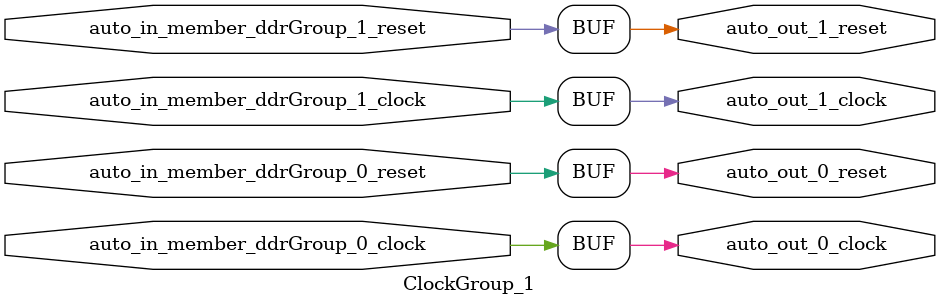
<source format=sv>
`ifndef RANDOMIZE
  `ifdef RANDOMIZE_MEM_INIT
    `define RANDOMIZE
  `endif // RANDOMIZE_MEM_INIT
`endif // not def RANDOMIZE
`ifndef RANDOMIZE
  `ifdef RANDOMIZE_REG_INIT
    `define RANDOMIZE
  `endif // RANDOMIZE_REG_INIT
`endif // not def RANDOMIZE

`ifndef RANDOM
  `define RANDOM $random
`endif // not def RANDOM

// Users can define INIT_RANDOM as general code that gets injected into the
// initializer block for modules with registers.
`ifndef INIT_RANDOM
  `define INIT_RANDOM
`endif // not def INIT_RANDOM

// If using random initialization, you can also define RANDOMIZE_DELAY to
// customize the delay used, otherwise 0.002 is used.
`ifndef RANDOMIZE_DELAY
  `define RANDOMIZE_DELAY 0.002
`endif // not def RANDOMIZE_DELAY

// Define INIT_RANDOM_PROLOG_ for use in our modules below.
`ifndef INIT_RANDOM_PROLOG_
  `ifdef RANDOMIZE
    `ifdef VERILATOR
      `define INIT_RANDOM_PROLOG_ `INIT_RANDOM
    `else  // VERILATOR
      `define INIT_RANDOM_PROLOG_ `INIT_RANDOM #`RANDOMIZE_DELAY begin end
    `endif // VERILATOR
  `else  // RANDOMIZE
    `define INIT_RANDOM_PROLOG_
  `endif // RANDOMIZE
`endif // not def INIT_RANDOM_PROLOG_

// Include register initializers in init blocks unless synthesis is set
`ifndef SYNTHESIS
  `ifndef ENABLE_INITIAL_REG_
    `define ENABLE_INITIAL_REG_
  `endif // not def ENABLE_INITIAL_REG_
`endif // not def SYNTHESIS

// Include rmemory initializers in init blocks unless synthesis is set
`ifndef SYNTHESIS
  `ifndef ENABLE_INITIAL_MEM_
    `define ENABLE_INITIAL_MEM_
  `endif // not def ENABLE_INITIAL_MEM_
`endif // not def SYNTHESIS

// Standard header to adapt well known macros for prints and assertions.

// Users can define 'PRINTF_COND' to add an extra gate to prints.
`ifndef PRINTF_COND_
  `ifdef PRINTF_COND
    `define PRINTF_COND_ (`PRINTF_COND)
  `else  // PRINTF_COND
    `define PRINTF_COND_ 1
  `endif // PRINTF_COND
`endif // not def PRINTF_COND_

// Users can define 'ASSERT_VERBOSE_COND' to add an extra gate to assert error printing.
`ifndef ASSERT_VERBOSE_COND_
  `ifdef ASSERT_VERBOSE_COND
    `define ASSERT_VERBOSE_COND_ (`ASSERT_VERBOSE_COND)
  `else  // ASSERT_VERBOSE_COND
    `define ASSERT_VERBOSE_COND_ 1
  `endif // ASSERT_VERBOSE_COND
`endif // not def ASSERT_VERBOSE_COND_

// Users can define 'STOP_COND' to add an extra gate to stop conditions.
`ifndef STOP_COND_
  `ifdef STOP_COND
    `define STOP_COND_ (`STOP_COND)
  `else  // STOP_COND
    `define STOP_COND_ 1
  `endif // STOP_COND
`endif // not def STOP_COND_

module ClockGroup_1(
  input  auto_in_member_ddrGroup_1_clock,	// @[generators/diplomacy/diplomacy/src/diplomacy/lazymodule/LazyModuleImp.scala:100:25]
  input  auto_in_member_ddrGroup_1_reset,	// @[generators/diplomacy/diplomacy/src/diplomacy/lazymodule/LazyModuleImp.scala:100:25]
  input  auto_in_member_ddrGroup_0_clock,	// @[generators/diplomacy/diplomacy/src/diplomacy/lazymodule/LazyModuleImp.scala:100:25]
  input  auto_in_member_ddrGroup_0_reset,	// @[generators/diplomacy/diplomacy/src/diplomacy/lazymodule/LazyModuleImp.scala:100:25]
  output auto_out_1_clock,	// @[generators/diplomacy/diplomacy/src/diplomacy/lazymodule/LazyModuleImp.scala:100:25]
  output auto_out_1_reset,	// @[generators/diplomacy/diplomacy/src/diplomacy/lazymodule/LazyModuleImp.scala:100:25]
  output auto_out_0_clock,	// @[generators/diplomacy/diplomacy/src/diplomacy/lazymodule/LazyModuleImp.scala:100:25]
  output auto_out_0_reset	// @[generators/diplomacy/diplomacy/src/diplomacy/lazymodule/LazyModuleImp.scala:100:25]
);

  assign auto_out_1_clock = auto_in_member_ddrGroup_1_clock;
  assign auto_out_1_reset = auto_in_member_ddrGroup_1_reset;
  assign auto_out_0_clock = auto_in_member_ddrGroup_0_clock;
  assign auto_out_0_reset = auto_in_member_ddrGroup_0_reset;
endmodule


</source>
